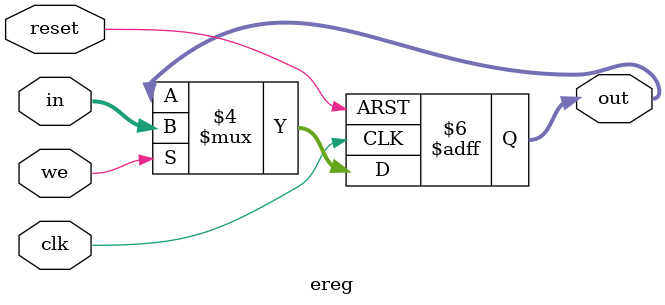
<source format=v>
module ereg(in,out,we,clk,reset);

input [38:0]in;//39bit
input we;
input clk;
input reset;

output [38:0]out;//39bit

reg [38:0]out;

always@(posedge clk or negedge reset)
begin
  if(reset==0)
  begin
    out<=0;
  end
  else
  begin
    if(we==1)
      out<=in;
    end
  end
endmodule

</source>
